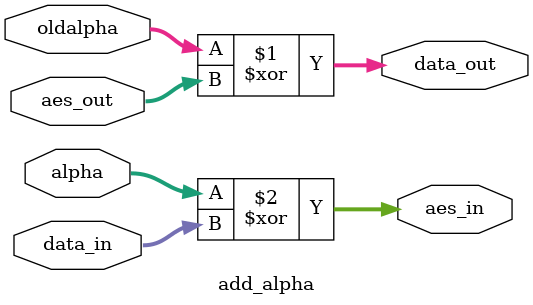
<source format=sv>

module add_alpha(
	input wire [127:0] oldalpha, alpha, aes_out,data_in,
	output wire [127:0] data_out, aes_in
);
	assign data_out = oldalpha ^ aes_out;
	assign aes_in = alpha ^ data_in;
endmodule 
	

</source>
